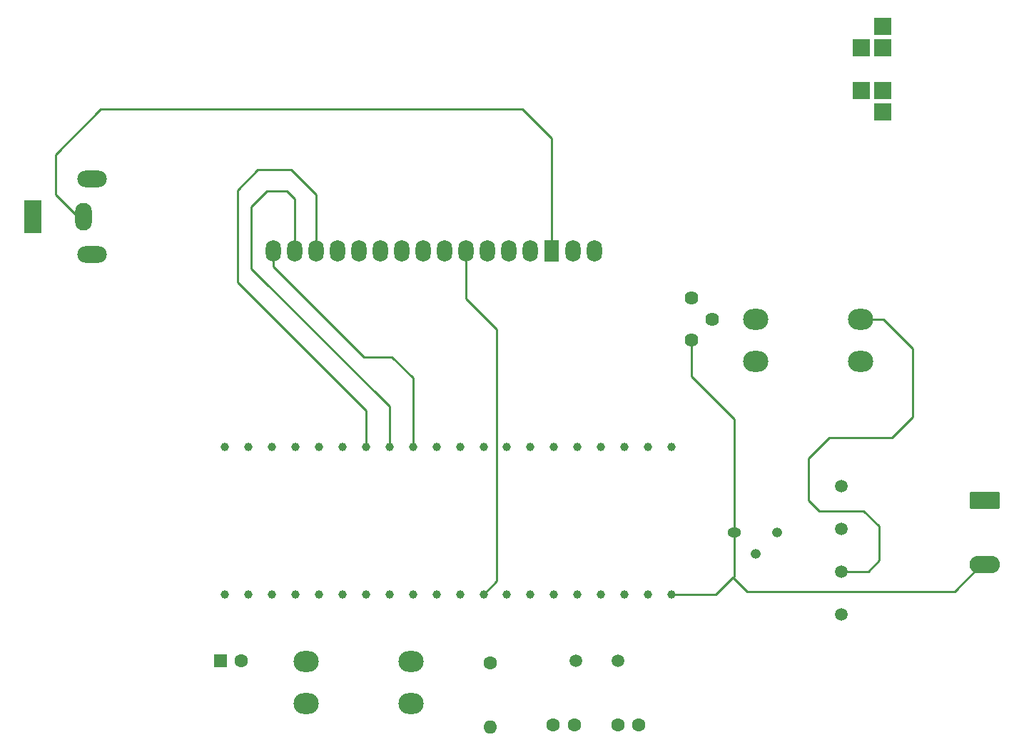
<source format=gbr>
%TF.GenerationSoftware,KiCad,Pcbnew,7.0.9-7.0.9~ubuntu22.04.1*%
%TF.CreationDate,2023-12-15T15:57:01-03:00*%
%TF.ProjectId,Controle_Motor_DC,436f6e74-726f-46c6-955f-4d6f746f725f,V01*%
%TF.SameCoordinates,Original*%
%TF.FileFunction,Copper,L2,Bot*%
%TF.FilePolarity,Positive*%
%FSLAX46Y46*%
G04 Gerber Fmt 4.6, Leading zero omitted, Abs format (unit mm)*
G04 Created by KiCad (PCBNEW 7.0.9-7.0.9~ubuntu22.04.1) date 2023-12-15 15:57:01*
%MOMM*%
%LPD*%
G01*
G04 APERTURE LIST*
G04 Aperture macros list*
%AMRoundRect*
0 Rectangle with rounded corners*
0 $1 Rounding radius*
0 $2 $3 $4 $5 $6 $7 $8 $9 X,Y pos of 4 corners*
0 Add a 4 corners polygon primitive as box body*
4,1,4,$2,$3,$4,$5,$6,$7,$8,$9,$2,$3,0*
0 Add four circle primitives for the rounded corners*
1,1,$1+$1,$2,$3*
1,1,$1+$1,$4,$5*
1,1,$1+$1,$6,$7*
1,1,$1+$1,$8,$9*
0 Add four rect primitives between the rounded corners*
20,1,$1+$1,$2,$3,$4,$5,0*
20,1,$1+$1,$4,$5,$6,$7,0*
20,1,$1+$1,$6,$7,$8,$9,0*
20,1,$1+$1,$8,$9,$2,$3,0*%
G04 Aperture macros list end*
%TA.AperFunction,ComponentPad*%
%ADD10R,1.800000X2.600000*%
%TD*%
%TA.AperFunction,ComponentPad*%
%ADD11O,1.800000X2.600000*%
%TD*%
%TA.AperFunction,ComponentPad*%
%ADD12R,2.000000X2.000000*%
%TD*%
%TA.AperFunction,ComponentPad*%
%ADD13C,1.600000*%
%TD*%
%TA.AperFunction,ComponentPad*%
%ADD14C,1.620000*%
%TD*%
%TA.AperFunction,ComponentPad*%
%ADD15R,1.600000X1.600000*%
%TD*%
%TA.AperFunction,ComponentPad*%
%ADD16O,3.000000X2.500000*%
%TD*%
%TA.AperFunction,ComponentPad*%
%ADD17C,1.500000*%
%TD*%
%TA.AperFunction,ComponentPad*%
%ADD18C,1.000000*%
%TD*%
%TA.AperFunction,ComponentPad*%
%ADD19O,1.600000X1.200000*%
%TD*%
%TA.AperFunction,ComponentPad*%
%ADD20O,1.200000X1.200000*%
%TD*%
%TA.AperFunction,ComponentPad*%
%ADD21O,1.600000X1.600000*%
%TD*%
%TA.AperFunction,ComponentPad*%
%ADD22R,2.000000X4.000000*%
%TD*%
%TA.AperFunction,ComponentPad*%
%ADD23O,2.000000X3.300000*%
%TD*%
%TA.AperFunction,ComponentPad*%
%ADD24O,3.500000X2.000000*%
%TD*%
%TA.AperFunction,ComponentPad*%
%ADD25RoundRect,0.250001X-1.549999X0.799999X-1.549999X-0.799999X1.549999X-0.799999X1.549999X0.799999X0*%
%TD*%
%TA.AperFunction,ComponentPad*%
%ADD26O,3.600000X2.100000*%
%TD*%
%TA.AperFunction,Conductor*%
%ADD27C,0.250000*%
%TD*%
G04 APERTURE END LIST*
D10*
%TO.P,U2,1,VSS*%
%TO.N,GND*%
X135840000Y-75737500D03*
D11*
%TO.P,U2,2,VDD*%
%TO.N,VCC*%
X133300000Y-75737500D03*
%TO.P,U2,3,VO*%
%TO.N,Net-(U2-VO)*%
X130760000Y-75737500D03*
%TO.P,U2,4,RS*%
%TO.N,Net-(U1-P3.1)*%
X128220000Y-75737500D03*
%TO.P,U2,5,R/W*%
%TO.N,Net-(U1-P3.2)*%
X125680000Y-75737500D03*
%TO.P,U2,6,E*%
%TO.N,Net-(U1-P3.0)*%
X123140000Y-75737500D03*
%TO.P,U2,7,DB0*%
%TO.N,Net-(U1-P0.0)*%
X120600000Y-75737500D03*
%TO.P,U2,8,DB1*%
%TO.N,Net-(U1-P0.1)*%
X118060000Y-75737500D03*
%TO.P,U2,9,DB2*%
%TO.N,Net-(U1-P0.2)*%
X115520000Y-75737500D03*
%TO.P,U2,10,DB3*%
%TO.N,Net-(U1-P0.3)*%
X112980000Y-75737500D03*
%TO.P,U2,11,DB4*%
%TO.N,Net-(U1-P0.4)*%
X110440000Y-75737500D03*
%TO.P,U2,12,DB5*%
%TO.N,Net-(U1-P0.5)*%
X107900000Y-75737500D03*
%TO.P,U2,13,DB6*%
%TO.N,Net-(U1-P0.6)*%
X105354920Y-75734960D03*
%TO.P,U2,14,DB7*%
%TO.N,Net-(U1-P0.7)*%
X102820000Y-75737500D03*
%TO.P,U2,15,A/VEE*%
%TO.N,unconnected-(U2-A{slash}VEE-Pad15)*%
X140920000Y-75737500D03*
%TO.P,U2,16,K*%
%TO.N,unconnected-(U2-K-Pad16)*%
X138374920Y-75734960D03*
D12*
%TO.P,U2,A1*%
%TO.N,N/C*%
X175120000Y-51597500D03*
X175120000Y-49057500D03*
X172580000Y-51597500D03*
%TO.P,U2,K1*%
X175120000Y-59217500D03*
X175120000Y-56677500D03*
X172580000Y-56677500D03*
%TD*%
D13*
%TO.P,C1,1*%
%TO.N,Net-(U1-XTAL2)*%
X136024000Y-132080000D03*
%TO.P,C1,2*%
%TO.N,GND*%
X138524000Y-132080000D03*
%TD*%
D14*
%TO.P,RV1,1,1*%
%TO.N,VCC*%
X152400000Y-81360000D03*
%TO.P,RV1,2,2*%
%TO.N,Net-(U2-VO)*%
X154900000Y-83860000D03*
%TO.P,RV1,3,3*%
%TO.N,GND*%
X152400000Y-86360000D03*
%TD*%
D15*
%TO.P,C3,1*%
%TO.N,VCC*%
X96520000Y-124460000D03*
D13*
%TO.P,C3,2*%
%TO.N,Net-(U1-RST)*%
X99020000Y-124460000D03*
%TD*%
D16*
%TO.P,SW1,1,1*%
%TO.N,Net-(U1-RST)*%
X106680000Y-124540000D03*
X119180000Y-124540000D03*
%TO.P,SW1,2,2*%
%TO.N,VCC*%
X106680000Y-129540000D03*
X119180000Y-129540000D03*
%TD*%
D17*
%TO.P,K1,13*%
%TO.N,VCC*%
X170180000Y-118880000D03*
%TO.P,K1,14*%
%TO.N,Net-(M1-+)*%
X170180000Y-103640000D03*
%TO.P,K1,A1*%
%TO.N,Net-(Q1-C)*%
X170180000Y-108720000D03*
%TO.P,K1,A2*%
%TO.N,VCC*%
X170180000Y-113800000D03*
%TD*%
D16*
%TO.P,SW2,1,1*%
%TO.N,VCC*%
X160020000Y-83900000D03*
X172520000Y-83900000D03*
%TO.P,SW2,2,2*%
%TO.N,Net-(U1-P2.5)*%
X160020000Y-88900000D03*
X172520000Y-88900000D03*
%TD*%
D18*
%TO.P,U1,1,P1.0*%
%TO.N,unconnected-(U1-P1.0-Pad1)*%
X97060000Y-116560000D03*
%TO.P,U1,2,P1.1*%
%TO.N,unconnected-(U1-P1.1-Pad2)*%
X99850000Y-116560000D03*
%TO.P,U1,3,P1.2*%
%TO.N,unconnected-(U1-P1.2-Pad3)*%
X102640000Y-116560000D03*
%TO.P,U1,4,P1.3*%
%TO.N,unconnected-(U1-P1.3-Pad4)*%
X105430000Y-116560000D03*
%TO.P,U1,5,P1.4*%
%TO.N,unconnected-(U1-P1.4-Pad5)*%
X108220000Y-116560000D03*
%TO.P,U1,6,P1.5*%
%TO.N,unconnected-(U1-P1.5-Pad6)*%
X111010000Y-116560000D03*
%TO.P,U1,7,P1.6*%
%TO.N,unconnected-(U1-P1.6-Pad7)*%
X113800000Y-116560000D03*
%TO.P,U1,8,P1.7*%
%TO.N,unconnected-(U1-P1.7-Pad8)*%
X116590000Y-116560000D03*
%TO.P,U1,9,RST*%
%TO.N,Net-(U1-RST)*%
X119380000Y-116560000D03*
%TO.P,U1,10,P3.0*%
%TO.N,Net-(U1-P3.0)*%
X122170000Y-116560000D03*
%TO.P,U1,11,P3.1*%
%TO.N,Net-(U1-P3.1)*%
X124960000Y-116560000D03*
%TO.P,U1,12,P3.2*%
%TO.N,Net-(U1-P3.2)*%
X127750000Y-116560000D03*
%TO.P,U1,13,P3.3*%
%TO.N,unconnected-(U1-P3.3-Pad13)*%
X130540000Y-116560000D03*
%TO.P,U1,14,P3.4*%
%TO.N,unconnected-(U1-P3.4-Pad14)*%
X133330000Y-116560000D03*
%TO.P,U1,15,P3.5*%
%TO.N,unconnected-(U1-P3.5-Pad15)*%
X136120000Y-116560000D03*
%TO.P,U1,16,P3.6*%
%TO.N,unconnected-(U1-P3.6-Pad16)*%
X138910000Y-116560000D03*
%TO.P,U1,17,P3.7*%
%TO.N,unconnected-(U1-P3.7-Pad17)*%
X141700000Y-116560000D03*
%TO.P,U1,18,XTAL2*%
%TO.N,Net-(U1-XTAL2)*%
X144490000Y-116560000D03*
%TO.P,U1,19,XTAL1*%
%TO.N,Net-(U1-XTAL1)*%
X147280000Y-116560000D03*
%TO.P,U1,20,GND*%
%TO.N,GND*%
X150070000Y-116560000D03*
%TO.P,U1,21,P2.0*%
%TO.N,unconnected-(U1-P2.0-Pad21)*%
X150070000Y-99060000D03*
%TO.P,U1,22,P2.1*%
%TO.N,unconnected-(U1-P2.1-Pad22)*%
X147280000Y-99060000D03*
%TO.P,U1,23,P2.2*%
%TO.N,unconnected-(U1-P2.2-Pad23)*%
X144490000Y-99060000D03*
%TO.P,U1,24,P2.3*%
%TO.N,unconnected-(U1-P2.3-Pad24)*%
X141700000Y-99060000D03*
%TO.P,U1,25,P2.4*%
%TO.N,Net-(Q1-B)*%
X138910000Y-99060000D03*
%TO.P,U1,26,P2.5*%
%TO.N,Net-(U1-P2.5)*%
X136120000Y-99060000D03*
%TO.P,U1,27,P2.6*%
%TO.N,unconnected-(U1-P2.6-Pad27)*%
X133330000Y-99060000D03*
%TO.P,U1,28,P2.7*%
%TO.N,unconnected-(U1-P2.7-Pad28)*%
X130540000Y-99060000D03*
%TO.P,U1,29,PSEN*%
%TO.N,unconnected-(U1-PSEN-Pad29)*%
X127750000Y-99060000D03*
%TO.P,U1,30,ALE/PROG*%
%TO.N,unconnected-(U1-ALE{slash}PROG-Pad30)*%
X124960000Y-99060000D03*
%TO.P,U1,31,EA/VPP*%
%TO.N,unconnected-(U1-EA{slash}VPP-Pad31)*%
X122170000Y-99060000D03*
%TO.P,U1,32,P0.7*%
%TO.N,Net-(U1-P0.7)*%
X119380000Y-99060000D03*
%TO.P,U1,33,P0.6*%
%TO.N,Net-(U1-P0.6)*%
X116590000Y-99060000D03*
%TO.P,U1,34,P0.5*%
%TO.N,Net-(U1-P0.5)*%
X113800000Y-99060000D03*
%TO.P,U1,35,P0.4*%
%TO.N,Net-(U1-P0.4)*%
X111010000Y-99060000D03*
%TO.P,U1,36,P0.3*%
%TO.N,Net-(U1-P0.3)*%
X108220000Y-99060000D03*
%TO.P,U1,37,P0.2*%
%TO.N,Net-(U1-P0.2)*%
X105430000Y-99060000D03*
%TO.P,U1,38,P0.1*%
%TO.N,Net-(U1-P0.1)*%
X102640000Y-99060000D03*
%TO.P,U1,39,P0.0*%
%TO.N,Net-(U1-P0.0)*%
X99850000Y-99060000D03*
%TO.P,U1,40,VCC*%
%TO.N,VCC*%
X97060000Y-99060000D03*
%TD*%
D17*
%TO.P,Y1,1,1*%
%TO.N,Net-(U1-XTAL1)*%
X143724000Y-124460000D03*
%TO.P,Y1,2,2*%
%TO.N,Net-(U1-XTAL2)*%
X138724000Y-124460000D03*
%TD*%
D19*
%TO.P,Q1,1,E*%
%TO.N,GND*%
X157480000Y-109220000D03*
D20*
%TO.P,Q1,2,B*%
%TO.N,Net-(Q1-B)*%
X160020000Y-111760000D03*
%TO.P,Q1,3,C*%
%TO.N,Net-(Q1-C)*%
X162560000Y-109220000D03*
%TD*%
D13*
%TO.P,R1,1*%
%TO.N,Net-(U1-RST)*%
X128524000Y-124714000D03*
D21*
%TO.P,R1,2*%
%TO.N,GND*%
X128524000Y-132334000D03*
%TD*%
D22*
%TO.P,BT1,1,+*%
%TO.N,VCC*%
X74280000Y-71700000D03*
D23*
%TO.P,BT1,2,-*%
%TO.N,GND*%
X80280000Y-71700000D03*
D24*
%TO.P,BT1,MP*%
%TO.N,N/C*%
X81280000Y-76200000D03*
X81280000Y-67200000D03*
%TD*%
D13*
%TO.P,C2,1*%
%TO.N,Net-(U1-XTAL1)*%
X143684000Y-132080000D03*
%TO.P,C2,2*%
%TO.N,GND*%
X146184000Y-132080000D03*
%TD*%
D25*
%TO.P,M1,1,+*%
%TO.N,Net-(M1-+)*%
X187237500Y-105410000D03*
D26*
%TO.P,M1,2,-*%
%TO.N,GND*%
X187237500Y-113030000D03*
%TD*%
D27*
%TO.N,Net-(U1-P3.2)*%
X127750000Y-116560000D02*
X129336800Y-114973200D01*
X129336800Y-114973200D02*
X129336800Y-85039200D01*
X129336800Y-85039200D02*
X125679200Y-81381600D01*
X125680000Y-81380800D02*
X125680000Y-75737500D01*
X125679200Y-81381600D02*
X125680000Y-81380800D01*
%TO.N,Net-(U1-P0.7)*%
X119380000Y-99060000D02*
X119380000Y-90830400D01*
X119380000Y-90830400D02*
X116890800Y-88341200D01*
X102820000Y-75737500D02*
X102820000Y-77572400D01*
X102820000Y-77572400D02*
X113588800Y-88341200D01*
X113588800Y-88341200D02*
X116890800Y-88341200D01*
%TO.N,Net-(U1-P0.6)*%
X116590000Y-99060000D02*
X116590000Y-94238000D01*
X100228400Y-77876400D02*
X100228400Y-70459600D01*
X104444800Y-68630800D02*
X105354920Y-69540920D01*
X105354920Y-69540920D02*
X105354920Y-75734960D01*
X116590000Y-94238000D02*
X100228400Y-77876400D01*
X100228400Y-70459600D02*
X102057200Y-68630800D01*
X102057200Y-68630800D02*
X104444800Y-68630800D01*
%TO.N,Net-(U1-P0.5)*%
X113800000Y-99060000D02*
X113800000Y-94699200D01*
X113800000Y-94699200D02*
X98552000Y-79451200D01*
X98552000Y-79451200D02*
X98552000Y-68529200D01*
X107900000Y-69088800D02*
X107900000Y-75737500D01*
X98552000Y-68529200D02*
X100990400Y-66090800D01*
X100990400Y-66090800D02*
X104902000Y-66090800D01*
X104902000Y-66090800D02*
X107900000Y-69088800D01*
%TO.N,GND*%
X80280000Y-71700000D02*
X79624800Y-71700000D01*
X79624800Y-71700000D02*
X76962000Y-69037200D01*
X76962000Y-69037200D02*
X76962000Y-64312800D01*
X135840000Y-62383200D02*
X135840000Y-75737500D01*
X76962000Y-64312800D02*
X82346800Y-58928000D01*
X82346800Y-58928000D02*
X132384800Y-58928000D01*
X132384800Y-58928000D02*
X135840000Y-62383200D01*
X157480000Y-109220000D02*
X157480000Y-95707200D01*
X152400000Y-90627200D02*
X152400000Y-86360000D01*
X157480000Y-95707200D02*
X152400000Y-90627200D01*
%TO.N,VCC*%
X172520000Y-83900000D02*
X175238400Y-83900000D01*
X173423200Y-113800000D02*
X170180000Y-113800000D01*
X175238400Y-83900000D02*
X178663600Y-87325200D01*
X178663600Y-87325200D02*
X178663600Y-95453200D01*
X174701200Y-108458000D02*
X174701200Y-112522000D01*
X178663600Y-95453200D02*
X176225200Y-97891600D01*
X176225200Y-97891600D02*
X168808400Y-97891600D01*
X168808400Y-97891600D02*
X166319200Y-100380800D01*
X166319200Y-100380800D02*
X166319200Y-105359200D01*
X166319200Y-105359200D02*
X167589200Y-106629200D01*
X167589200Y-106629200D02*
X172872400Y-106629200D01*
X172872400Y-106629200D02*
X174701200Y-108458000D01*
X174701200Y-112522000D02*
X173423200Y-113800000D01*
%TO.N,GND*%
X157353000Y-114528600D02*
X155321600Y-116560000D01*
X157480000Y-114401600D02*
X157353000Y-114528600D01*
X157353000Y-114528600D02*
X159004000Y-116179600D01*
X159004000Y-116179600D02*
X183692800Y-116179600D01*
X183692800Y-116179600D02*
X186842400Y-113030000D01*
X186842400Y-113030000D02*
X187237500Y-113030000D01*
X157480000Y-109220000D02*
X157480000Y-114401600D01*
X155321600Y-116560000D02*
X150070000Y-116560000D01*
%TD*%
M02*

</source>
